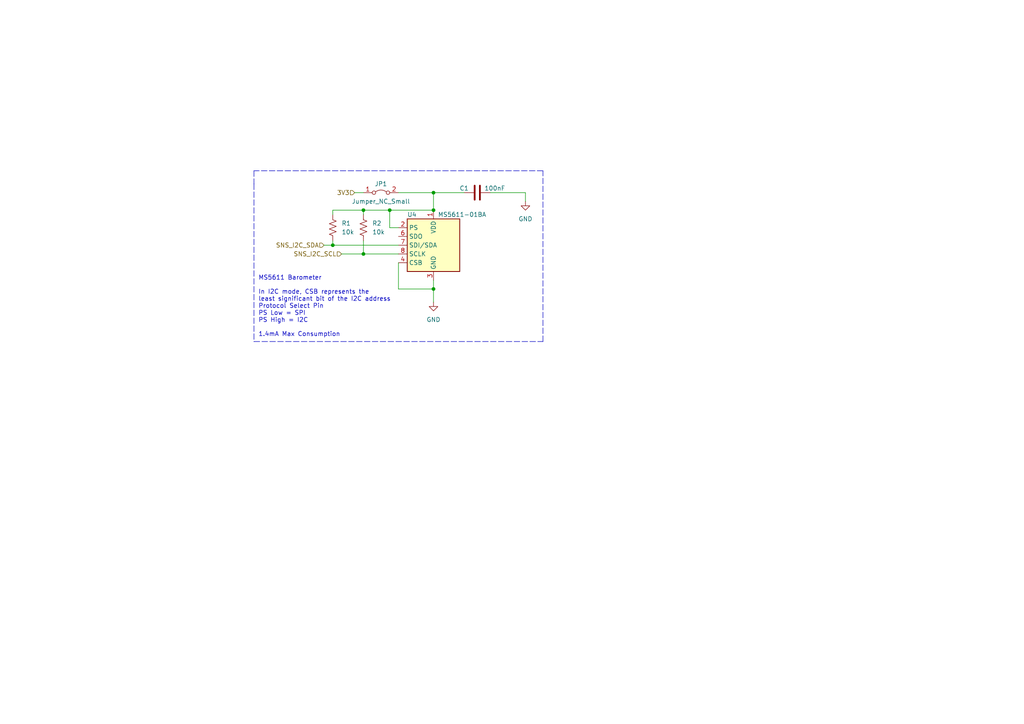
<source format=kicad_sch>
(kicad_sch (version 20211123) (generator eeschema)
  (paper "A4")
  (lib_symbols
    (symbol "Device:C" (pin_numbers hide) (pin_names (offset 0.254))
      (property "Reference" "C" (at 0.635 2.54 0))
      (property "Value" "C" (at 0.635 -2.54 0))
      (symbol "C_0_1"
        (polyline (pts (xy -2.032 -0.762) (xy 2.032 -0.762)) (stroke (width 0.508)))
        (polyline (pts (xy -2.032 0.762) (xy 2.032 0.762)) (stroke (width 0.508)))
      )
      (symbol "C_1_1"
        (pin passive line (at 0 3.81 270) (length 2.794) (name "~") (number "1"))
        (pin passive line (at 0 -3.81 90) (length 2.794) (name "~") (number "2"))
      )
    )
    (symbol "Device:R_US" (pin_numbers hide) (pin_names (offset 0))
      (property "Reference" "R" (at 2.54 0 90))
      (property "Value" "R_US" (at -2.54 0 90))
      (symbol "R_US_0_1"
        (polyline (pts (xy 0 -2.286) (xy 0 -2.54)))
        (polyline (pts (xy 0 2.286) (xy 0 2.54)))
        (polyline (pts (xy 0 -0.762) (xy 1.016 -1.143) (xy 0 -1.524) (xy -1.016 -1.905) (xy 0 -2.286)))
        (polyline (pts (xy 0 0.762) (xy 1.016 0.381) (xy 0 0) (xy -1.016 -0.381) (xy 0 -0.762)))
        (polyline (pts (xy 0 2.286) (xy 1.016 1.905) (xy 0 1.524) (xy -1.016 1.143) (xy 0 0.762)))
      )
      (symbol "R_US_1_1"
        (pin passive line (at 0 3.81 270) (length 1.27) (name "~") (number "1"))
        (pin passive line (at 0 -3.81 90) (length 1.27) (name "~") (number "2"))
      )
    )
    (symbol "Jumper:Jumper_2_Bridged" (pin_names (offset 0) hide)
      (property "Reference" "JP" (at 0 1.905 0))
      (property "Value" "Jumper_2_Bridged" (at 0 -2.54 0))
      (symbol "Jumper_2_Bridged_0_0"
        (circle (center -2.032 0) (radius 0.508))
        (circle (center 2.032 0) (radius 0.508))
      )
      (symbol "Jumper_2_Bridged_0_1"
        (arc (start 1.524 0.254) (mid 0 0.762) (end -1.524 0.254))
      )
      (symbol "Jumper_2_Bridged_1_1"
        (pin passive line (at -5.08 0 0) (length 2.54) (name "A") (number "1"))
        (pin passive line (at 5.08 0 180) (length 2.54) (name "B") (number "2"))
      )
    )
    (symbol "Sensor_Pressure:MS5611-01BA"
      (property "Reference" "U" (at -6.35 8.89 0))
      (property "Value" "MS5611-01BA" (at 7.62 8.89 0))
      (symbol "MS5611-01BA_0_1"
        (rectangle (start -7.62 7.62) (end 7.62 -7.62) (stroke (width 0.254)) (fill (type background)))
      )
      (symbol "MS5611-01BA_1_1"
        (pin power_in line (at 0 10.16 270) (length 2.54) (name "VDD") (number "1"))
        (pin input line (at -10.16 5.08 0) (length 2.54) (name "PS") (number "2"))
        (pin power_in line (at 0 -10.16 90) (length 2.54) (name "GND") (number "3"))
        (pin input line (at -10.16 -5.08 0) (length 2.54) (name "CSB") (number "4"))
        (pin input line (at -10.16 -5.08 0) (length 2.54) hide (name "CSB") (number "5"))
        (pin output line (at -10.16 2.54 0) (length 2.54) (name "SDO") (number "6"))
        (pin bidirectional line (at -10.16 0 0) (length 2.54) (name "SDI/SDA") (number "7"))
        (pin input line (at -10.16 -2.54 0) (length 2.54) (name "SCLK") (number "8"))
      )
    )
    (symbol "power:GND" (power) (pin_names (offset 0))
      (property "Value" "GND" (at 0 -3.81 0))
      (symbol "GND_0_1"
        (polyline (pts (xy 0 0) (xy 0 -1.27) (xy 1.27 -1.27) (xy 0 -2.54) (xy -1.27 -1.27) (xy 0 -1.27)))
      )
      (symbol "GND_1_1"
        (pin power_in line (at 0 0 270) (length 0) hide (name "GND") (number "1"))
      )
    )
  )
  (junction (at 105.41 60.96))
  (junction (at 125.73 55.88))
  (junction (at 113.03 60.96))
  (junction (at 105.41 73.66))
  (junction (at 125.73 83.82))
  (junction (at 125.73 60.96))
  (junction (at 96.52 71.12))
  (polyline (pts (xy 157.48 99.06) (xy 157.48 49.53)))
  (wire (pts (xy 105.41 69.85) (xy 105.41 73.66)))
  (wire (pts (xy 96.52 71.12) (xy 115.57 71.12)))
  (polyline (pts (xy 73.66 99.06) (xy 157.48 99.06)))
  (wire (pts (xy 115.57 55.88) (xy 125.73 55.88)))
  (wire (pts (xy 113.03 60.96) (xy 113.03 66.04)))
  (wire (pts (xy 96.52 69.85) (xy 96.52 71.12)))
  (wire (pts (xy 125.73 60.96) (xy 113.03 60.96)))
  (wire (pts (xy 102.87 55.88) (xy 105.41 55.88)))
  (wire (pts (xy 125.73 83.82) (xy 125.73 81.28)))
  (wire (pts (xy 105.41 60.96) (xy 105.41 62.23)))
  (wire (pts (xy 115.57 83.82) (xy 125.73 83.82)))
  (polyline (pts (xy 157.48 49.53) (xy 73.66 49.53)))
  (wire (pts (xy 99.06 73.66) (xy 105.41 73.66)))
  (wire (pts (xy 115.57 76.2) (xy 115.57 83.82)))
  (wire (pts (xy 93.98 71.12) (xy 96.52 71.12)))
  (wire (pts (xy 142.24 55.88) (xy 152.4 55.88)))
  (wire (pts (xy 105.41 60.96) (xy 96.52 60.96)))
  (polyline (pts (xy 73.66 49.53) (xy 73.66 53.34)))
  (wire (pts (xy 105.41 73.66) (xy 115.57 73.66)))
  (wire (pts (xy 96.52 60.96) (xy 96.52 62.23)))
  (wire (pts (xy 105.41 60.96) (xy 113.03 60.96)))
  (polyline (pts (xy 73.66 53.34) (xy 73.66 99.06)))
  (wire (pts (xy 125.73 83.82) (xy 125.73 87.63)))
  (wire (pts (xy 152.4 55.88) (xy 152.4 58.42)))
  (wire (pts (xy 125.73 55.88) (xy 134.62 55.88)))
  (wire (pts (xy 115.57 66.04) (xy 113.03 66.04)))
  (wire (pts (xy 125.73 60.96) (xy 125.73 55.88)))
  (text "MS5611 Barometer\n\nIn I2C mode, CSB represents the \nleast significant bit of the I2C address\nProtocol Select Pin\nPS Low = SPI\nPS High = I2C\n\n1.4mA Max Consumption" (at 74.93 97.79 0) (effects (font (size 1.27 1.27)) (justify left bottom)))
  (hierarchical_label "SNS_I2C_SCL" (shape input) (at 99.06 73.66 180))
  (hierarchical_label "SNS_I2C_SDA" (shape input) (at 93.98 71.12 180))
  (hierarchical_label "3V3" (shape input) (at 102.87 55.88 180))
  (symbol (lib_id "Device:R_US") (at 105.41 66.04 0) (unit 1)
    (property "Reference" "R2" (at 107.95 64.7699 0) (effects (justify left)))
    (property "Value" "10k" (at 107.95 67.3099 0) (effects (justify left)))
    (property "Footprint" "Resistor_SMD:R_0805_2012Metric_Pad1.20x1.40mm_HandSolder" (effects hide))
  )
  (symbol (lib_id "Device:R_US") (at 96.52 66.04 0) (unit 1)
    (property "Reference" "R1" (at 99.06 64.7699 0) (effects (justify left)))
    (property "Value" "10k" (at 99.06 67.3099 0) (effects (justify left)))
    (property "Footprint" "Resistor_SMD:R_0805_2012Metric_Pad1.20x1.40mm_HandSolder" (effects hide))
  )
  (symbol (lib_id "Jumper:Jumper_2_Bridged") (at 110.49 55.88 0) (unit 1)
    (property "Reference" "JP1" (at 110.49 53.34 0))
    (property "Value" "Jumper_NC_Small" (at 110.49 58.42 0))
    (property "Footprint" "Jumper:SolderJumper-2_P1.3mm_Bridged_RoundedPad1.0x1.5mm" (effects hide))
  )
  (symbol (lib_id "Device:C") (at 138.43 55.88 90) (unit 1)
    (property "Reference" "C1" (at 134.62 54.61 90))
    (property "Value" "100nF" (at 143.51 54.61 90))
    (property "Footprint" "Capacitor_SMD:C_0805_2012Metric" (effects hide))
  )
  (symbol (lib_id "power:GND") (at 125.73 87.63 0) (unit 1)
    (property "Reference" "#PWR01" (effects hide))
    (property "Value" "GND" (at 125.73 92.71 0))
  )
  (symbol (lib_id "Sensor_Pressure:MS5611-01BA") (at 125.73 71.12 0) (unit 1)
    (property "Reference" "U4" (at 118.11 62.23 0) (effects (justify left)))
    (property "Value" "MS5611-01BA" (at 127 62.23 0) (effects (justify left)))
    (property "Footprint" "Package_LGA:LGA-8_3x5mm_P1.25mm" (effects hide))
    (property "Datasheet" "https://www.te.com/commerce/DocumentDelivery/DDEController?Action=srchrtrv&DocNm=MS5611-01BA03&DocType=Data+Sheet&DocLang=English" (effects hide))
  )
  (symbol (lib_id "power:GND") (at 152.4 58.42 0) (unit 1)
    (property "Reference" "#PWR02" (effects hide))
    (property "Value" "GND" (at 152.4 63.5 0))
  )
)
</source>
